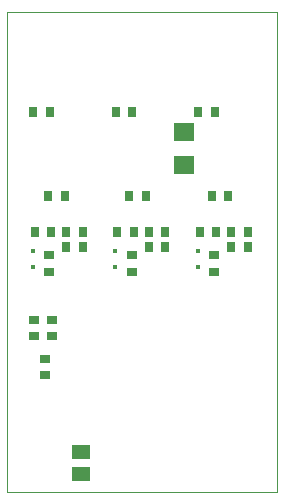
<source format=gbp>
%FSLAX25Y25*%
%MOIN*%
G70*
G01*
G75*
G04 Layer_Color=128*
%ADD10R,0.06299X0.07087*%
%ADD11R,0.12362X0.02835*%
%ADD12R,0.15748X0.02362*%
%ADD13R,0.02402X0.03268*%
%ADD14R,0.15748X0.08465*%
%ADD15O,0.02362X0.08661*%
%ADD16R,0.03543X0.03150*%
%ADD17R,0.03937X0.05906*%
G04:AMPARAMS|DCode=18|XSize=8.66mil|YSize=27.56mil|CornerRadius=0mil|HoleSize=0mil|Usage=FLASHONLY|Rotation=45.000|XOffset=0mil|YOffset=0mil|HoleType=Round|Shape=Rectangle|*
%AMROTATEDRECTD18*
4,1,4,0.00668,-0.01281,-0.01281,0.00668,-0.00668,0.01281,0.01281,-0.00668,0.00668,-0.01281,0.0*
%
%ADD18ROTATEDRECTD18*%

G04:AMPARAMS|DCode=19|XSize=8.66mil|YSize=27.56mil|CornerRadius=0mil|HoleSize=0mil|Usage=FLASHONLY|Rotation=315.000|XOffset=0mil|YOffset=0mil|HoleType=Round|Shape=Rectangle|*
%AMROTATEDRECTD19*
4,1,4,-0.01281,-0.00668,0.00668,0.01281,0.01281,0.00668,-0.00668,-0.01281,-0.01281,-0.00668,0.0*
%
%ADD19ROTATEDRECTD19*%

%ADD20P,0.20044X4X360.0*%
%ADD21C,0.02000*%
%ADD22C,0.00600*%
%ADD23C,0.00800*%
%ADD24R,0.58000X0.10500*%
%ADD25R,0.07000X0.20000*%
%ADD26R,0.11000X0.04500*%
%ADD27R,0.10000X0.04500*%
%ADD28R,0.07500X0.05500*%
%ADD29R,0.07000X0.17000*%
%ADD30R,0.07000X0.33000*%
%ADD31R,0.08000X0.05500*%
%ADD32R,0.06500X0.17000*%
%ADD33C,0.00200*%
%ADD34R,0.05906X0.05906*%
%ADD35C,0.05906*%
%ADD36R,0.05906X0.05906*%
%ADD37C,0.01969*%
%ADD38R,0.07087X0.06299*%
%ADD39R,0.05906X0.05118*%
%ADD40R,0.01378X0.01378*%
%ADD41R,0.03150X0.03543*%
%ADD42R,0.04500X0.14500*%
%ADD43R,0.08000X0.19000*%
%ADD44R,0.08000X0.19500*%
%ADD45R,0.07000X0.21000*%
%ADD46R,0.07000X0.19500*%
%ADD47R,0.17000X0.07500*%
%ADD48R,0.23500X0.07500*%
%ADD49R,0.23000X0.07500*%
%ADD50C,0.00984*%
%ADD51C,0.00787*%
%ADD52C,0.00500*%
%ADD53R,0.07099X0.07887*%
%ADD54R,0.13162X0.03635*%
%ADD55R,0.16548X0.03162*%
%ADD56R,0.03202X0.04068*%
%ADD57R,0.16548X0.09265*%
%ADD58O,0.03162X0.09461*%
%ADD59R,0.04343X0.03950*%
%ADD60R,0.04737X0.06706*%
G04:AMPARAMS|DCode=61|XSize=16.66mil|YSize=35.56mil|CornerRadius=0mil|HoleSize=0mil|Usage=FLASHONLY|Rotation=45.000|XOffset=0mil|YOffset=0mil|HoleType=Round|Shape=Rectangle|*
%AMROTATEDRECTD61*
4,1,4,0.00668,-0.01846,-0.01846,0.00668,-0.00668,0.01846,0.01846,-0.00668,0.00668,-0.01846,0.0*
%
%ADD61ROTATEDRECTD61*%

G04:AMPARAMS|DCode=62|XSize=16.66mil|YSize=35.56mil|CornerRadius=0mil|HoleSize=0mil|Usage=FLASHONLY|Rotation=315.000|XOffset=0mil|YOffset=0mil|HoleType=Round|Shape=Rectangle|*
%AMROTATEDRECTD62*
4,1,4,-0.01846,-0.00668,0.00668,0.01846,0.01846,0.00668,-0.00668,-0.01846,-0.01846,-0.00668,0.0*
%
%ADD62ROTATEDRECTD62*%

%ADD63P,0.21175X4X360.0*%
%ADD64R,0.06706X0.06706*%
%ADD65C,0.06706*%
%ADD66R,0.06706X0.06706*%
%ADD67C,0.02769*%
%ADD68R,0.07887X0.07099*%
%ADD69R,0.06706X0.05918*%
%ADD70R,0.02178X0.02178*%
%ADD71R,0.03950X0.04343*%
D16*
X14000Y78756D02*
D03*
Y73244D02*
D03*
X41500Y78756D02*
D03*
Y73244D02*
D03*
X69000Y78756D02*
D03*
Y73244D02*
D03*
X15000Y57256D02*
D03*
Y51744D02*
D03*
X9000D02*
D03*
Y57256D02*
D03*
X12500Y44256D02*
D03*
Y38744D02*
D03*
D33*
X-0Y0D02*
X90000D01*
Y160000D01*
X-0D02*
X90000D01*
X-0Y0D02*
Y160000D01*
D38*
X59000Y108988D02*
D03*
Y120012D02*
D03*
D39*
X24500Y5760D02*
D03*
Y13240D02*
D03*
D40*
X8500Y80145D02*
D03*
Y74830D02*
D03*
X36000Y80145D02*
D03*
Y74830D02*
D03*
X63500Y80145D02*
D03*
Y74830D02*
D03*
D41*
X25256Y86500D02*
D03*
X19744D02*
D03*
X14256Y126500D02*
D03*
X8744D02*
D03*
X19256Y98500D02*
D03*
X13744D02*
D03*
X41756Y126500D02*
D03*
X36244D02*
D03*
X69256D02*
D03*
X63744D02*
D03*
X42256Y86500D02*
D03*
X36744D02*
D03*
X14756D02*
D03*
X9244D02*
D03*
X69756D02*
D03*
X64244D02*
D03*
X47244Y81500D02*
D03*
X52756D02*
D03*
X74744D02*
D03*
X80256D02*
D03*
X19744D02*
D03*
X25256D02*
D03*
X52756Y86500D02*
D03*
X47244D02*
D03*
X80256D02*
D03*
X74744D02*
D03*
X46256Y98500D02*
D03*
X40744D02*
D03*
X73756D02*
D03*
X68244D02*
D03*
M02*

</source>
